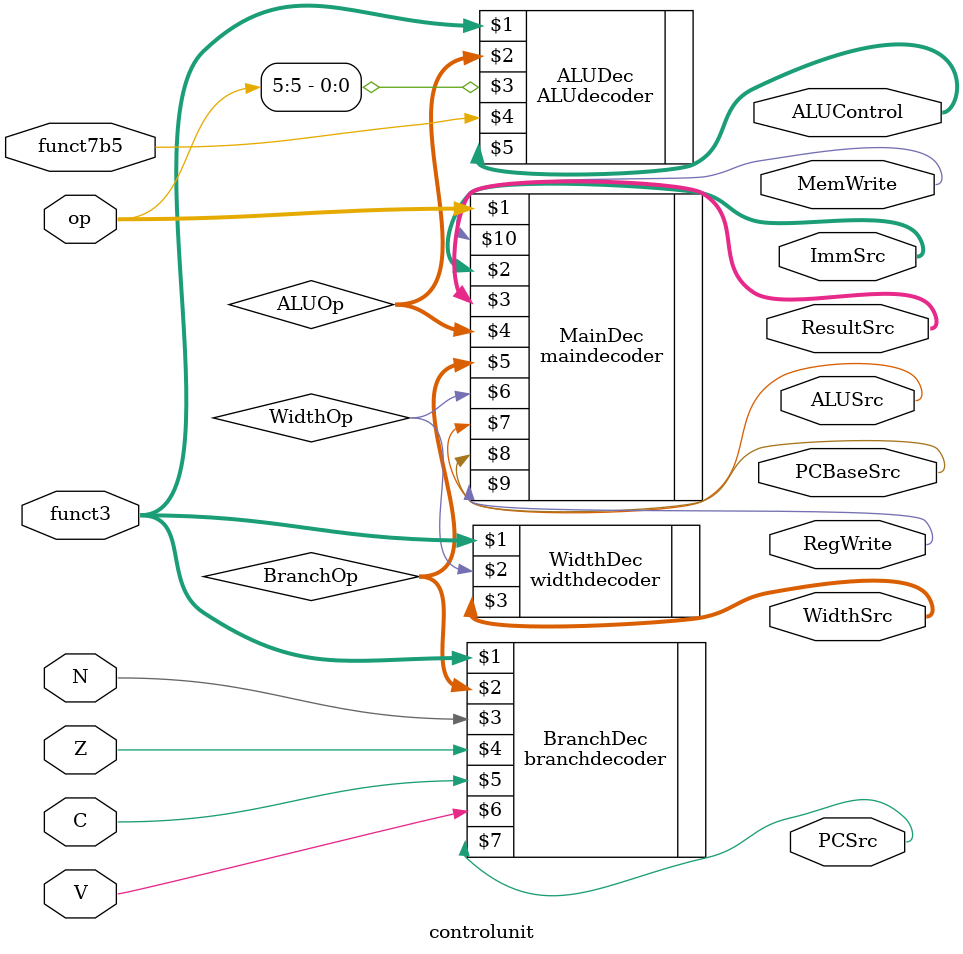
<source format=v>
`timescale 1ns / 1ps


module controlunit(input [6:0] op,
                   input [2:0] funct3,
                   input funct7b5,
                   input N, Z, C, V,
                   output [3:0] ALUControl,
                   output [2:0] ImmSrc, WidthSrc, ResultSrc,
                   output ALUSrc,
                   output RegWrite, MemWrite,
                   output PCSrc, PCBaseSrc);
        
    
    //Internal control signals
    wire [1:0] ALUOp, BranchOp;
    wire WidthOp;
    
    //Main Decoder
    maindecoder MainDec(op, ImmSrc, ResultSrc, ALUOp, BranchOp, WidthOp, ALUSrc, PCBaseSrc, RegWrite, MemWrite);
    
    //ALU Decoder
    ALUdecoder ALUDec(funct3, ALUOp, op[5], funct7b5, ALUControl);
    
    //Branch Decoder
    branchdecoder BranchDec(funct3, BranchOp, N, Z, C, V, PCSrc);
    
    //Width Decoder
    widthdecoder WidthDec(funct3, WidthOp, WidthSrc);        
        
        
        
endmodule   

</source>
